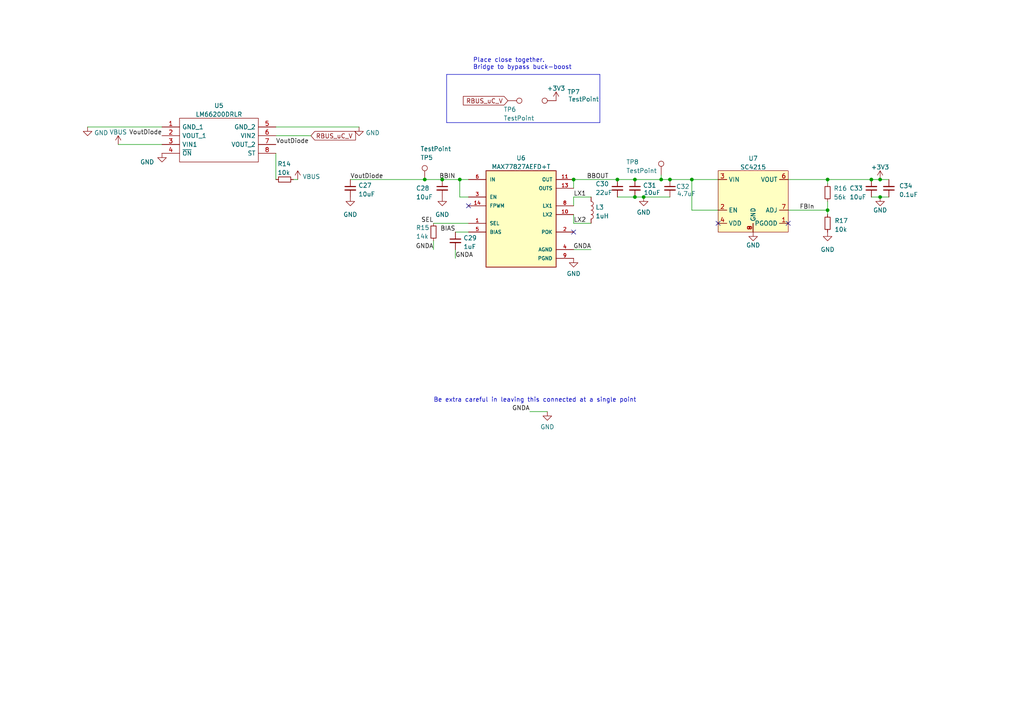
<source format=kicad_sch>
(kicad_sch (version 20230121) (generator eeschema)
  (paper "A4")
  (lib_symbols
    (symbol "Connector:TestPoint" (pin_numbers hide) (pin_names (offset 0.762) hide)
      (property "Reference" "TP" (at 0 6.858 0))
      (property "Value" "TestPoint" (at 0 5.08 0))
      (symbol "TestPoint_0_1"
        (circle (center 0 3.302) (radius 0.762))
      )
      (symbol "TestPoint_1_1"
        (pin passive line (at 0 0 90) (length 2.54) (name "1") (number "1"))
      )
    )
    (symbol "Device:C_Small" (pin_numbers hide) (pin_names (offset 0.254) hide)
      (property "Reference" "C" (at 0.254 1.778 0))
      (property "Value" "C_Small" (at 0.254 -2.032 0))
      (symbol "C_Small_0_1"
        (polyline (pts (xy -1.524 -0.508) (xy 1.524 -0.508)) (stroke (width 0.3302)))
        (polyline (pts (xy -1.524 0.508) (xy 1.524 0.508)) (stroke (width 0.3048)))
      )
      (symbol "C_Small_1_1"
        (pin passive line (at 0 2.54 270) (length 2.032) (name "~") (number "1"))
        (pin passive line (at 0 -2.54 90) (length 2.032) (name "~") (number "2"))
      )
    )
    (symbol "Device:L" (pin_numbers hide) (pin_names (offset 1.016) hide)
      (property "Reference" "L" (at -1.27 0 90))
      (property "Value" "L" (at 1.905 0 90))
      (symbol "L_0_1"
        (arc (start 0 -2.54) (mid 0.6323 -1.905) (end 0 -1.27))
        (arc (start 0 -1.27) (mid 0.6323 -0.635) (end 0 0))
        (arc (start 0 0) (mid 0.6323 0.635) (end 0 1.27))
        (arc (start 0 1.27) (mid 0.6323 1.905) (end 0 2.54))
      )
      (symbol "L_1_1"
        (pin passive line (at 0 3.81 270) (length 1.27) (name "1") (number "1"))
        (pin passive line (at 0 -3.81 90) (length 1.27) (name "2") (number "2"))
      )
    )
    (symbol "Device:R_Small" (pin_numbers hide) (pin_names (offset 0.254) hide)
      (property "Reference" "R" (at 0.762 0.508 0))
      (property "Value" "R_Small" (at 0.762 -1.016 0))
      (symbol "R_Small_0_1"
        (rectangle (start -0.762 1.778) (end 0.762 -1.778) (stroke (width 0.2032)))
      )
      (symbol "R_Small_1_1"
        (pin passive line (at 0 2.54 270) (length 0.762) (name "~") (number "1"))
        (pin passive line (at 0 -2.54 90) (length 0.762) (name "~") (number "2"))
      )
    )
    (symbol "iclr:LM66200DRLR" (pin_names (offset 0.762))
      (property "Reference" "U" (at 29.21 7.62 0))
      (property "Value" "LM66200DRLR" (at 29.21 5.08 0))
      (symbol "LM66200DRLR_0_0"
        (pin passive line (at 0 0 0) (length 5.08) (name "GND_1") (number "1"))
        (pin passive line (at 0 -2.54 0) (length 5.08) (name "VOUT_1") (number "2"))
        (pin passive line (at 0 -5.08 0) (length 5.08) (name "VIN1") (number "3"))
        (pin passive line (at 0 -7.62 0) (length 5.08) (name "~{ON}") (number "4"))
        (pin passive line (at 33.02 0 180) (length 5.08) (name "GND_2") (number "5"))
        (pin passive line (at 33.02 -2.54 180) (length 5.08) (name "VIN2") (number "6"))
        (pin passive line (at 33.02 -5.08 180) (length 5.08) (name "VOUT_2") (number "7"))
        (pin passive line (at 33.02 -7.62 180) (length 5.08) (name "ST") (number "8"))
      )
      (symbol "LM66200DRLR_0_1"
        (polyline (pts (xy 5.08 2.54) (xy 27.94 2.54) (xy 27.94 -10.16) (xy 5.08 -10.16) (xy 5.08 2.54)) (stroke (width 0.1524)))
      )
    )
    (symbol "iclr:MAX77827AEFD+T" (pin_names (offset 1.016))
      (property "Reference" "U?" (at -10.16 13.208 0))
      (property "Value" "MAX77827AEFD+T" (at -10.16 -17.78 0))
      (symbol "MAX77827AEFD+T_0_0"
        (rectangle (start -10.16 -15.24) (end 10.16 12.7) (stroke (width 0.254)) (fill (type background)))
        (pin passive line (at -15.24 -2.54 0) (length 5.08) (name "SEL") (number "1"))
        (pin passive line (at 15.24 0 180) (length 5.08) (name "LX2") (number "10"))
        (pin output line (at 15.24 10.16 180) (length 5.08) (name "OUT") (number "11"))
        (pin input line (at 15.24 7.62 180) (length 5.08) (name "OUTS") (number "13"))
        (pin input line (at -15.24 2.54 0) (length 5.08) (name "FPWM") (number "14"))
        (pin output line (at 15.24 -5.08 180) (length 5.08) (name "POK") (number "2"))
        (pin input line (at -15.24 5.08 0) (length 5.08) (name "EN") (number "3"))
        (pin power_in line (at 15.24 -10.16 180) (length 5.08) (name "AGND") (number "4"))
        (pin passive line (at -15.24 -5.08 0) (length 5.08) (name "BIAS") (number "5"))
        (pin input line (at -15.24 10.16 0) (length 5.08) (name "IN") (number "6"))
        (pin passive line (at 15.24 2.54 180) (length 5.08) (name "LX1") (number "8"))
        (pin power_in line (at 15.24 -12.7 180) (length 5.08) (name "PGND") (number "9"))
      )
    )
    (symbol "iclr:RT9025-25GSP"
      (property "Reference" "U6" (at 0 4.8428 0))
      (property "Value" "RT9025-25GSP" (at 0 2.3059 0))
      (symbol "RT9025-25GSP_1_1"
        (rectangle (start -10.16 1.27) (end 10.16 -16.51) (fill (type background)))
        (pin output line (at 10.16 -13.97 180) (length 2.54) (name "PGOOD") (number "1"))
        (pin input line (at -10.16 -10.16 0) (length 2.54) (name "EN") (number "2"))
        (pin input line (at -10.16 -1.27 0) (length 2.54) (name "VIN") (number "3"))
        (pin input line (at -10.16 -13.97 0) (length 2.54) (name "VDD") (number "4"))
        (pin output line (at 10.16 -1.27 180) (length 2.54) (name "VOUT") (number "6"))
        (pin input line (at 10.16 -10.16 180) (length 2.54) (name "ADJ") (number "7"))
        (pin input line (at 0 -16.51 90) (length 2.54) (name "GND") (number "8"))
        (pin input line (at 0 -16.51 90) (length 2.54) (name "GND") (number "9"))
      )
    )
    (symbol "power:+3.3V" (power) (pin_names (offset 0))
      (property "Value" "+3.3V" (at 0 3.556 0))
      (symbol "+3.3V_0_1"
        (polyline (pts (xy -0.762 1.27) (xy 0 2.54)))
        (polyline (pts (xy 0 0) (xy 0 2.54)))
        (polyline (pts (xy 0 2.54) (xy 0.762 1.27)))
      )
      (symbol "+3.3V_1_1"
        (pin power_in line (at 0 0 90) (length 0) hide (name "+3V3") (number "1"))
      )
    )
    (symbol "power:GND" (power) (pin_names (offset 0))
      (property "Value" "GND" (at 0 -3.81 0))
      (symbol "GND_0_1"
        (polyline (pts (xy 0 0) (xy 0 -1.27) (xy 1.27 -1.27) (xy 0 -2.54) (xy -1.27 -1.27) (xy 0 -1.27)))
      )
      (symbol "GND_1_1"
        (pin power_in line (at 0 0 270) (length 0) hide (name "GND") (number "1"))
      )
    )
    (symbol "power:VBUS" (power) (pin_names (offset 0))
      (property "Value" "VBUS" (at 0 3.81 0))
      (symbol "VBUS_0_1"
        (polyline (pts (xy -0.762 1.27) (xy 0 2.54)))
        (polyline (pts (xy 0 0) (xy 0 2.54)))
        (polyline (pts (xy 0 2.54) (xy 0.762 1.27)))
      )
      (symbol "VBUS_1_1"
        (pin power_in line (at 0 0 90) (length 0) hide (name "VBUS") (number "1"))
      )
    )
  )
  (junction (at 184.15 52.07))
  (junction (at 240.03 52.07))
  (junction (at 255.27 52.07))
  (junction (at 191.77 52.07))
  (junction (at 186.69 57.15))
  (junction (at 128.27 52.07))
  (junction (at 252.73 52.07))
  (junction (at 194.31 52.07))
  (junction (at 255.27 57.15))
  (junction (at 166.37 52.07))
  (junction (at 123.19 52.07))
  (junction (at 240.03 60.96))
  (junction (at 133.35 52.07))
  (junction (at 179.07 52.07))
  (junction (at 184.15 57.15))
  (junction (at 200.66 52.07))
  (no_connect (at 166.37 67.31))
  (no_connect (at 135.89 59.69))
  (no_connect (at 228.6 64.77))
  (no_connect (at 208.28 64.77))
  (wire (pts (xy 80.01 52.07) (xy 80.01 44.45)))
  (polyline (pts (xy 129.54 21.59) (xy 129.54 35.56)))
  (wire (pts (xy 133.35 57.15) (xy 135.89 57.15)))
  (wire (pts (xy 104.14 36.83) (xy 80.01 36.83)))
  (wire (pts (xy 166.37 52.07) (xy 179.07 52.07)))
  (wire (pts (xy 179.07 52.07) (xy 184.15 52.07)))
  (wire (pts (xy 240.03 52.07) (xy 240.03 53.34)))
  (wire (pts (xy 166.37 57.15) (xy 171.45 57.15)))
  (wire (pts (xy 200.66 52.07) (xy 200.66 60.96)))
  (wire (pts (xy 179.07 57.15) (xy 184.15 57.15)))
  (wire (pts (xy 228.6 52.07) (xy 240.03 52.07)))
  (wire (pts (xy 166.37 64.77) (xy 166.37 62.23)))
  (wire (pts (xy 200.66 52.07) (xy 208.28 52.07)))
  (wire (pts (xy 125.73 64.77) (xy 135.89 64.77)))
  (wire (pts (xy 166.37 72.39) (xy 171.45 72.39)))
  (wire (pts (xy 191.77 52.07) (xy 194.31 52.07)))
  (wire (pts (xy 240.03 58.42) (xy 240.03 60.96)))
  (wire (pts (xy 166.37 59.69) (xy 166.37 57.15)))
  (wire (pts (xy 191.77 50.8) (xy 191.77 52.07)))
  (wire (pts (xy 184.15 52.07) (xy 191.77 52.07)))
  (wire (pts (xy 252.73 57.15) (xy 255.27 57.15)))
  (wire (pts (xy 133.35 52.07) (xy 133.35 57.15)))
  (wire (pts (xy 200.66 60.96) (xy 208.28 60.96)))
  (wire (pts (xy 123.19 52.07) (xy 128.27 52.07)))
  (wire (pts (xy 186.69 57.15) (xy 194.31 57.15)))
  (wire (pts (xy 194.31 52.07) (xy 200.66 52.07)))
  (wire (pts (xy 125.73 72.39) (xy 125.73 69.85)))
  (wire (pts (xy 228.6 60.96) (xy 240.03 60.96)))
  (wire (pts (xy 171.45 64.77) (xy 166.37 64.77)))
  (wire (pts (xy 255.27 57.15) (xy 257.81 57.15)))
  (wire (pts (xy 25.4 36.83) (xy 46.99 36.83)))
  (wire (pts (xy 34.29 41.91) (xy 46.99 41.91)))
  (wire (pts (xy 101.6 52.07) (xy 123.19 52.07)))
  (wire (pts (xy 186.69 57.15) (xy 184.15 57.15)))
  (polyline (pts (xy 173.99 35.56) (xy 129.54 35.56)))
  (polyline (pts (xy 173.99 21.59) (xy 173.99 35.56)))
  (wire (pts (xy 153.67 119.38) (xy 158.75 119.38)))
  (wire (pts (xy 128.27 52.07) (xy 133.35 52.07)))
  (wire (pts (xy 86.36 52.07) (xy 85.09 52.07)))
  (polyline (pts (xy 129.54 21.59) (xy 173.99 21.59)))
  (wire (pts (xy 166.37 54.61) (xy 166.37 52.07)))
  (wire (pts (xy 132.08 67.31) (xy 135.89 67.31)))
  (wire (pts (xy 255.27 52.07) (xy 252.73 52.07)))
  (wire (pts (xy 133.35 52.07) (xy 135.89 52.07)))
  (wire (pts (xy 255.27 52.07) (xy 257.81 52.07)))
  (wire (pts (xy 90.17 39.37) (xy 80.01 39.37)))
  (wire (pts (xy 240.03 60.96) (xy 240.03 62.23)))
  (wire (pts (xy 240.03 52.07) (xy 252.73 52.07)))
  (wire (pts (xy 132.08 74.93) (xy 132.08 72.39)))
  (text "Place close together.\nBridge to bypass buck-boost\n" (at 137.16 20.32 0) (effects (font (size 1.27 1.27)) (justify left bottom)))
  (text "Be extra careful in leaving this connected at a single point\n" (at 125.73 116.84 0) (effects (font (size 1.27 1.27)) (justify left bottom)))
  (label "VoutDiode" (at 80.01 41.91 0))
  (label "GNDA" (at 132.08 74.93 0))
  (label "VoutDiode" (at 46.99 39.37 180))
  (label "FBIn" (at 236.22 60.96 180))
  (label "BIAS" (at 132.08 67.31 180))
  (label "LX2" (at 166.37 64.77 0))
  (label "GNDA" (at 153.67 119.38 180))
  (label "GNDA" (at 125.73 72.39 180))
  (label "SEL" (at 125.73 64.77 180))
  (label "VoutDiode" (at 101.6 52.07 0))
  (label "GNDA" (at 171.45 72.39 180))
  (label "BBOUT" (at 170.18 52.07 0))
  (label "LX1" (at 166.37 57.15 0))
  (label "BBIN" (at 132.08 52.07 180))
  (global_label "RBUS_uC_V" (shape input) (at 147.32 29.21 180) (property "Intersheetrefs" "${INTERSHEET_REFS}" (effects hide)))
  (global_label "RBUS_uC_V" (shape input) (at 90.17 39.37 0) (property "Intersheetrefs" "${INTERSHEET_REFS}" (effects hide)))
  (symbol (lib_id "power:+3.3V") (at 161.29 29.21 0) (unit 1)
    (property "Reference" "#PWR056" (effects hide))
    (property "Value" "+3.3V" (at 161.29 25.6342 0))
  )
  (symbol (lib_id "iclr:LM66200DRLR") (at 46.99 36.83 0) (unit 1)
    (property "Reference" "U5" (at 63.5 30.641 0))
    (property "Value" "LM66200DRLR" (at 63.5 33.1779 0))
    (property "Footprint" "iclr:SOTFL50P160X60-8N" (effects hide))
    (property "Datasheet" "https://www.ti.com/lit/gpn/lm66200" (effects hide))
    (property "Description" "1.6-V to 5.5-V, 40-m, 2.5-A, low-IQ, dual ideal diode" (effects hide))
    (property "Height" "0.6" (effects hide))
    (property "Manufacturer_Name" "Texas Instruments" (effects hide))
    (property "Manufacturer_Part_Number" "LM66200DRLR" (effects hide))
    (property "Mouser Part Number" "595-LM66200DRLR" (effects hide))
    (property "Mouser Price/Stock" "https://www.mouser.co.uk/ProductDetail/Texas-Instruments/LM66200DRLR?qs=Rp5uXu7WBW90hnpZAkIOdQ%3D%3D" (effects hide))
    (property "Arrow Part Number" "LM66200DRLR" (effects hide))
    (property "Arrow Price/Stock" "https://www.arrow.com/en/products/lm66200drlr/texas-instruments?region=nac" (effects hide))
  )
  (symbol (lib_id "Connector:TestPoint") (at 191.77 50.8 0) (unit 1)
    (property "Reference" "TP8" (at 181.61 46.99 0) (effects (justify left)))
    (property "Value" "TestPoint" (at 181.61 49.5269 0) (effects (justify left)))
    (property "Footprint" "TestPoint:TestPoint_Pad_D1.5mm" (effects hide))
  )
  (symbol (lib_id "Device:R_Small") (at 125.73 67.31 0) (unit 1)
    (property "Reference" "R15" (at 120.65 66.04 0) (effects (justify left)))
    (property "Value" "14k" (at 120.65 68.5769 0) (effects (justify left)))
    (property "Footprint" "Resistor_SMD:R_0402_1005Metric" (effects hide))
  )
  (symbol (lib_id "Device:C_Small") (at 257.81 54.61 180) (unit 1)
    (property "Reference" "C34" (at 260.7683 53.9154 0) (effects (justify right)))
    (property "Value" "0.1uF" (at 260.7683 56.4554 0) (effects (justify right)))
    (property "Footprint" "Capacitor_SMD:C_0402_1005Metric" (effects hide))
  )
  (symbol (lib_id "Connector:TestPoint") (at 147.32 29.21 270) (unit 1)
    (property "Reference" "TP6" (at 146.05 31.75 90) (effects (justify left)))
    (property "Value" "TestPoint" (at 146.05 34.2869 90) (effects (justify left)))
    (property "Footprint" "TestPoint:TestPoint_Pad_D1.5mm" (effects hide))
  )
  (symbol (lib_id "Device:C_Small") (at 184.15 54.61 0) (unit 1)
    (property "Reference" "C31" (at 186.4741 53.7816 0) (effects (justify left)))
    (property "Value" "10uF" (at 186.69 55.88 0) (effects (justify left)))
    (property "Footprint" "Capacitor_SMD:C_0402_1005Metric" (effects hide))
  )
  (symbol (lib_id "power:VBUS") (at 34.29 41.91 0) (unit 1)
    (property "Reference" "#PWR049" (effects hide))
    (property "Value" "VBUS" (at 34.29 38.3342 0))
  )
  (symbol (lib_id "Device:L") (at 171.45 60.96 0) (unit 1)
    (property "Reference" "L3" (at 172.72 60.1253 0) (effects (justify left)))
    (property "Value" "1uH" (at 172.72 62.6622 0) (effects (justify left)))
    (property "Footprint" "Inductor_SMD:L_0805_2012Metric" (effects hide))
  )
  (symbol (lib_id "Device:R_Small") (at 82.55 52.07 270) (unit 1)
    (property "Reference" "R14" (at 80.4811 47.5279 90) (effects (justify left)))
    (property "Value" "10k" (at 80.4811 50.0679 90) (effects (justify left)))
    (property "Footprint" "Resistor_SMD:R_0402_1005Metric" (effects hide))
  )
  (symbol (lib_id "Connector:TestPoint") (at 123.19 52.07 0) (unit 1)
    (property "Reference" "TP5" (at 121.92 45.72 0) (effects (justify left)))
    (property "Value" "TestPoint" (at 121.92 43.1831 0) (effects (justify left)))
    (property "Footprint" "TestPoint:TestPoint_Pad_D1.5mm" (effects hide))
  )
  (symbol (lib_id "Device:R_Small") (at 240.03 64.77 0) (unit 1)
    (property "Reference" "R17" (at 242.044 64.0197 0) (effects (justify left)))
    (property "Value" "10k" (at 242.044 66.5597 0) (effects (justify left)))
    (property "Footprint" "Resistor_SMD:R_0402_1005Metric" (effects hide))
  )
  (symbol (lib_id "power:GND") (at 186.69 57.15 0) (unit 1)
    (property "Reference" "#PWR058" (effects hide))
    (property "Value" "GND" (at 186.69 61.5934 0))
  )
  (symbol (lib_id "Device:C_Small") (at 128.27 54.61 0) (unit 1)
    (property "Reference" "C28" (at 120.65 54.61 0) (effects (justify left)))
    (property "Value" "10uF" (at 120.65 57.1469 0) (effects (justify left)))
    (property "Footprint" "Capacitor_SMD:C_0603_1608Metric" (effects hide))
  )
  (symbol (lib_id "power:GND") (at 101.6 57.15 0) (unit 1)
    (property "Reference" "#PWR052" (effects hide))
    (property "Value" "GND" (at 101.6 62.23 0))
  )
  (symbol (lib_id "power:+3.3V") (at 255.27 52.07 0) (unit 1)
    (property "Reference" "#PWR061" (effects hide))
    (property "Value" "+3.3V" (at 255.27 48.4942 0))
  )
  (symbol (lib_id "power:GND") (at 255.27 57.15 0) (unit 1)
    (property "Reference" "#PWR062" (effects hide))
    (property "Value" "GND" (at 255.27 60.96 0))
  )
  (symbol (lib_id "power:GND") (at 218.44 67.31 0) (unit 1)
    (property "Reference" "#PWR059" (effects hide))
    (property "Value" "GND" (at 218.44 71.12 0))
  )
  (symbol (lib_id "Device:C_Small") (at 252.73 54.61 180) (unit 1)
    (property "Reference" "C33" (at 246.38 54.61 0) (effects (justify right)))
    (property "Value" "10uF" (at 246.38 57.15 0) (effects (justify right)))
    (property "Footprint" "Capacitor_SMD:C_0402_1005Metric" (effects hide))
  )
  (symbol (lib_id "power:GND") (at 128.27 57.15 0) (unit 1)
    (property "Reference" "#PWR054" (effects hide))
    (property "Value" "GND" (at 128.27 62.23 0))
  )
  (symbol (lib_id "Connector:TestPoint") (at 161.29 29.21 90) (unit 1)
    (property "Reference" "TP7" (at 166.37 26.67 90))
    (property "Value" "TestPoint" (at 169.291 28.7716 90))
    (property "Footprint" "TestPoint:TestPoint_Pad_D1.5mm" (effects hide))
  )
  (symbol (lib_id "iclr:RT9025-25GSP") (at 218.44 50.8 0) (unit 1)
    (property "Reference" "U7" (at 218.44 45.9572 0))
    (property "Value" "SC4215" (at 218.44 48.4941 0))
    (property "Footprint" "iclr:SOIC127P599X175-9N" (effects hide))
  )
  (symbol (lib_id "Device:C_Small") (at 101.6 54.61 0) (unit 1)
    (property "Reference" "C27" (at 103.9241 53.7816 0) (effects (justify left)))
    (property "Value" "10uF" (at 103.9241 56.3185 0) (effects (justify left)))
    (property "Footprint" "Capacitor_SMD:C_0402_1005Metric" (effects hide))
  )
  (symbol (lib_id "iclr:MAX77827AEFD+T") (at 151.13 62.23 0) (unit 1)
    (property "Reference" "U6" (at 151.13 45.8302 0))
    (property "Value" "MAX77827AEFD+T" (at 151.13 48.3671 0))
    (property "Footprint" "iclr:CONV_MAX77827AEFD+T" (effects hide))
    (property "MANUFACTURER" "Maxim Integrated" (effects hide))
    (property "MAXIMUM_PACKAGE_HEIGHT" "0.6mm" (effects hide))
    (property "PARTREV" "B" (effects hide))
    (property "STANDARD" "Manufacturer Recommended" (effects hide))
  )
  (symbol (lib_id "power:VBUS") (at 86.36 52.07 0) (unit 1)
    (property "Reference" "#PWR051" (effects hide))
    (property "Value" "VBUS" (at 87.757 51.2338 0) (effects (justify left)))
  )
  (symbol (lib_id "power:GND") (at 240.03 67.31 0) (unit 1)
    (property "Reference" "#PWR060" (effects hide))
    (property "Value" "GND" (at 240.03 72.39 0))
  )
  (symbol (lib_id "power:GND") (at 166.37 74.93 0) (unit 1)
    (property "Reference" "#PWR057" (effects hide))
    (property "Value" "GND" (at 166.37 79.3734 0))
  )
  (symbol (lib_id "power:GND") (at 25.4 36.83 0) (unit 1)
    (property "Reference" "#PWR048" (effects hide))
    (property "Value" "GND" (at 27.305 38.5338 0) (effects (justify left)))
  )
  (symbol (lib_id "Device:C_Small") (at 194.31 54.61 0) (unit 1)
    (property "Reference" "C32" (at 196.0936 54.1168 0) (effects (justify left)))
    (property "Value" "4.7uF" (at 196.3095 56.2152 0) (effects (justify left)))
    (property "Footprint" "Capacitor_SMD:C_0402_1005Metric" (effects hide))
  )
  (symbol (lib_id "Device:C_Small") (at 179.07 54.61 0) (unit 1)
    (property "Reference" "C30" (at 172.72 53.3431 0) (effects (justify left)))
    (property "Value" "22uF" (at 172.72 55.88 0) (effects (justify left)))
    (property "Footprint" "Capacitor_SMD:C_0603_1608Metric" (effects hide))
  )
  (symbol (lib_id "power:GND") (at 46.99 44.45 0) (unit 1)
    (property "Reference" "#PWR050" (effects hide))
    (property "Value" "GND" (at 40.64 46.99 0) (effects (justify left)))
  )
  (symbol (lib_id "Device:R_Small") (at 240.03 55.88 0) (unit 1)
    (property "Reference" "R16" (at 241.7867 54.6505 0) (effects (justify left)))
    (property "Value" "56k" (at 241.7867 57.1905 0) (effects (justify left)))
    (property "Footprint" "Resistor_SMD:R_0402_1005Metric" (effects hide))
  )
  (symbol (lib_id "power:GND") (at 104.14 36.83 0) (unit 1)
    (property "Reference" "#PWR053" (effects hide))
    (property "Value" "GND" (at 106.045 38.5338 0) (effects (justify left)))
  )
  (symbol (lib_id "Device:C_Small") (at 132.08 69.85 0) (unit 1)
    (property "Reference" "C29" (at 134.4041 69.0216 0) (effects (justify left)))
    (property "Value" "1uF" (at 134.4041 71.5585 0) (effects (justify left)))
    (property "Footprint" "Capacitor_SMD:C_0402_1005Metric" (effects hide))
  )
  (symbol (lib_id "power:GND") (at 158.75 119.38 0) (unit 1)
    (property "Reference" "#PWR055" (effects hide))
    (property "Value" "GND" (at 158.75 123.8234 0))
  )
)
</source>
